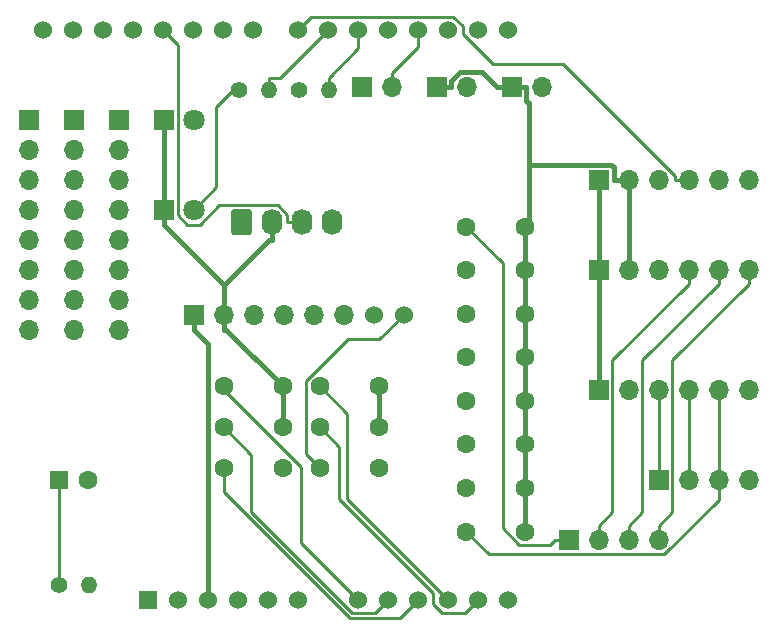
<source format=gbr>
G04 #@! TF.GenerationSoftware,KiCad,Pcbnew,(5.1.5-0-10_14)*
G04 #@! TF.CreationDate,2020-06-21T14:17:04+10:00*
G04 #@! TF.ProjectId,Arduino_NW_Template,41726475-696e-46f5-9f4e-575f54656d70,rev?*
G04 #@! TF.SameCoordinates,Original*
G04 #@! TF.FileFunction,Copper,L2,Bot*
G04 #@! TF.FilePolarity,Positive*
%FSLAX46Y46*%
G04 Gerber Fmt 4.6, Leading zero omitted, Abs format (unit mm)*
G04 Created by KiCad (PCBNEW (5.1.5-0-10_14)) date 2020-06-21 14:17:04*
%MOMM*%
%LPD*%
G04 APERTURE LIST*
%ADD10O,1.740000X2.200000*%
%ADD11C,0.100000*%
%ADD12C,1.400000*%
%ADD13O,1.400000X1.400000*%
%ADD14R,1.700000X1.700000*%
%ADD15O,1.700000X1.700000*%
%ADD16C,1.524000*%
%ADD17C,1.800000*%
%ADD18R,1.800000X1.800000*%
%ADD19C,1.600000*%
%ADD20R,1.600000X1.600000*%
%ADD21R,1.524000X1.524000*%
%ADD22C,0.400000*%
%ADD23C,0.250000*%
G04 APERTURE END LIST*
D10*
X126604000Y-82042000D03*
X124064000Y-82042000D03*
X121524000Y-82042000D03*
G04 #@! TA.AperFunction,ComponentPad*
D11*
G36*
X119628505Y-80943204D02*
G01*
X119652773Y-80946804D01*
X119676572Y-80952765D01*
X119699671Y-80961030D01*
X119721850Y-80971520D01*
X119742893Y-80984132D01*
X119762599Y-80998747D01*
X119780777Y-81015223D01*
X119797253Y-81033401D01*
X119811868Y-81053107D01*
X119824480Y-81074150D01*
X119834970Y-81096329D01*
X119843235Y-81119428D01*
X119849196Y-81143227D01*
X119852796Y-81167495D01*
X119854000Y-81191999D01*
X119854000Y-82892001D01*
X119852796Y-82916505D01*
X119849196Y-82940773D01*
X119843235Y-82964572D01*
X119834970Y-82987671D01*
X119824480Y-83009850D01*
X119811868Y-83030893D01*
X119797253Y-83050599D01*
X119780777Y-83068777D01*
X119762599Y-83085253D01*
X119742893Y-83099868D01*
X119721850Y-83112480D01*
X119699671Y-83122970D01*
X119676572Y-83131235D01*
X119652773Y-83137196D01*
X119628505Y-83140796D01*
X119604001Y-83142000D01*
X118363999Y-83142000D01*
X118339495Y-83140796D01*
X118315227Y-83137196D01*
X118291428Y-83131235D01*
X118268329Y-83122970D01*
X118246150Y-83112480D01*
X118225107Y-83099868D01*
X118205401Y-83085253D01*
X118187223Y-83068777D01*
X118170747Y-83050599D01*
X118156132Y-83030893D01*
X118143520Y-83009850D01*
X118133030Y-82987671D01*
X118124765Y-82964572D01*
X118118804Y-82940773D01*
X118115204Y-82916505D01*
X118114000Y-82892001D01*
X118114000Y-81191999D01*
X118115204Y-81167495D01*
X118118804Y-81143227D01*
X118124765Y-81119428D01*
X118133030Y-81096329D01*
X118143520Y-81074150D01*
X118156132Y-81053107D01*
X118170747Y-81033401D01*
X118187223Y-81015223D01*
X118205401Y-80998747D01*
X118225107Y-80984132D01*
X118246150Y-80971520D01*
X118268329Y-80961030D01*
X118291428Y-80952765D01*
X118315227Y-80946804D01*
X118339495Y-80943204D01*
X118363999Y-80942000D01*
X119604001Y-80942000D01*
X119628505Y-80943204D01*
G37*
G04 #@! TD.AperFunction*
D12*
X123810000Y-70866000D03*
D13*
X126350000Y-70866000D03*
D12*
X118730000Y-70866000D03*
D13*
X121270000Y-70866000D03*
D14*
X149210000Y-96266000D03*
D15*
X151750000Y-96266000D03*
X154290000Y-96266000D03*
X156830000Y-96266000D03*
X159370000Y-96266000D03*
X161910000Y-96266000D03*
D14*
X149210000Y-86106000D03*
D15*
X151750000Y-86106000D03*
X154290000Y-86106000D03*
X156830000Y-86106000D03*
X159370000Y-86106000D03*
X161910000Y-86106000D03*
X161910000Y-103886000D03*
X159370000Y-103886000D03*
X156830000Y-103886000D03*
D14*
X154290000Y-103886000D03*
D16*
X132700000Y-89916000D03*
X130160000Y-89916000D03*
D14*
X114920000Y-89916000D03*
D15*
X117460000Y-89916000D03*
X120000000Y-89916000D03*
X122540000Y-89916000D03*
X125080000Y-89916000D03*
X127620000Y-89916000D03*
X154290000Y-108966000D03*
X151750000Y-108966000D03*
X149210000Y-108966000D03*
D14*
X146670000Y-108966000D03*
D15*
X108570000Y-91186000D03*
X108570000Y-88646000D03*
X108570000Y-86106000D03*
X108570000Y-83566000D03*
X108570000Y-81026000D03*
X108570000Y-78486000D03*
X108570000Y-75946000D03*
D14*
X108570000Y-73406000D03*
D15*
X104760000Y-91186000D03*
X104760000Y-88646000D03*
X104760000Y-86106000D03*
X104760000Y-83566000D03*
X104760000Y-81026000D03*
X104760000Y-78486000D03*
X104760000Y-75946000D03*
D14*
X104760000Y-73406000D03*
D15*
X100950000Y-91186000D03*
X100950000Y-88646000D03*
X100950000Y-86106000D03*
X100950000Y-83566000D03*
X100950000Y-81026000D03*
X100950000Y-78486000D03*
X100950000Y-75946000D03*
D14*
X100950000Y-73406000D03*
D15*
X138034000Y-70612000D03*
D14*
X135494000Y-70612000D03*
D15*
X131684000Y-70612000D03*
D14*
X129144000Y-70612000D03*
D15*
X144384000Y-70612000D03*
D14*
X141844000Y-70612000D03*
D17*
X114920000Y-81026000D03*
D18*
X112380000Y-81026000D03*
D17*
X114920000Y-73406000D03*
D18*
X112380000Y-73406000D03*
D19*
X143020000Y-97188900D03*
X138020000Y-97188900D03*
X143020000Y-108246000D03*
X138020000Y-108246000D03*
X143020000Y-104560000D03*
X138020000Y-104560000D03*
X143020000Y-93503100D03*
X138020000Y-93503100D03*
X143020000Y-89817400D03*
X138020000Y-89817400D03*
X143020000Y-86131700D03*
X138020000Y-86131700D03*
X143020000Y-100875000D03*
X138020000Y-100875000D03*
X143020000Y-82446000D03*
X138020000Y-82446000D03*
X130610000Y-102856000D03*
X125610000Y-102856000D03*
X130610000Y-99406000D03*
X125610000Y-99406000D03*
X130610000Y-95956000D03*
X125610000Y-95956000D03*
X122460000Y-102856000D03*
X117460000Y-102856000D03*
X122460000Y-99406000D03*
X117460000Y-99406000D03*
X122460000Y-95956000D03*
X117460000Y-95956000D03*
D14*
X149210000Y-78486000D03*
D15*
X151750000Y-78486000D03*
X154290000Y-78486000D03*
X156830000Y-78486000D03*
X159370000Y-78486000D03*
X161910000Y-78486000D03*
D12*
X103490000Y-112776000D03*
D13*
X106030000Y-112776000D03*
D20*
X103490000Y-103886000D03*
D19*
X105990000Y-103886000D03*
D16*
X102177000Y-65782000D03*
X104717000Y-65782000D03*
X107257000Y-65782000D03*
X109797000Y-65782000D03*
X112337000Y-65782000D03*
X114877000Y-65782000D03*
X117417000Y-65782000D03*
X119957000Y-65782000D03*
X123767000Y-65782000D03*
X126307000Y-65782000D03*
X128847000Y-65782000D03*
X131387000Y-65782000D03*
X133927000Y-65782000D03*
X136467000Y-65782000D03*
X139007000Y-65782000D03*
X141547000Y-65782000D03*
X141547000Y-114042000D03*
X139007000Y-114042000D03*
X136467000Y-114042000D03*
X133927000Y-114042000D03*
X131387000Y-114042000D03*
X128847000Y-114042000D03*
X123767000Y-114042000D03*
X121227000Y-114042000D03*
X118687000Y-114042000D03*
X116147000Y-114042000D03*
X113607000Y-114042000D03*
D21*
X111067000Y-114042000D03*
D22*
X143306200Y-77196700D02*
X143306200Y-82159800D01*
X143306200Y-82159800D02*
X143020000Y-82446000D01*
X143094300Y-70612000D02*
X143094300Y-71783700D01*
X143094300Y-71783700D02*
X143306200Y-71995600D01*
X143306200Y-71995600D02*
X143306200Y-77196700D01*
X143306200Y-77196700D02*
X150277700Y-77196700D01*
X150277700Y-77196700D02*
X150499700Y-77418700D01*
X150499700Y-77418700D02*
X150499700Y-78486000D01*
X151750000Y-78486000D02*
X150499700Y-78486000D01*
X117460000Y-87406300D02*
X117460000Y-89916000D01*
X112380000Y-82326300D02*
X117460000Y-87406300D01*
X117460000Y-87406300D02*
X121324000Y-83542300D01*
X121324000Y-83542300D02*
X121524000Y-83542300D01*
X121524000Y-82042000D02*
X121524000Y-83542300D01*
X112380000Y-81026000D02*
X112380000Y-82326300D01*
X112380000Y-73406000D02*
X112380000Y-81026000D01*
X117460000Y-89916000D02*
X117460000Y-91166300D01*
X122460000Y-95956000D02*
X117670300Y-91166300D01*
X117670300Y-91166300D02*
X117460000Y-91166300D01*
X122460000Y-99406000D02*
X122460000Y-95956000D01*
X151750000Y-78486000D02*
X151750000Y-86106000D01*
X141844000Y-70612000D02*
X143094300Y-70612000D01*
X141660800Y-70612000D02*
X141844000Y-70612000D01*
X141660800Y-70612000D02*
X140593700Y-70612000D01*
X135494000Y-70612000D02*
X136744300Y-70612000D01*
X140593700Y-70612000D02*
X139343400Y-69361700D01*
X139343400Y-69361700D02*
X137447500Y-69361700D01*
X137447500Y-69361700D02*
X136744300Y-70064900D01*
X136744300Y-70064900D02*
X136744300Y-70612000D01*
X143020000Y-97188900D02*
X143020000Y-93503100D01*
X143020000Y-100875000D02*
X143020000Y-97188900D01*
X143020000Y-104560000D02*
X143020000Y-100875000D01*
X143020000Y-104560000D02*
X143020000Y-108246000D01*
X143020000Y-89817400D02*
X143020000Y-93503100D01*
X143020000Y-86131700D02*
X143020000Y-89817400D01*
X143020000Y-82446000D02*
X143020000Y-86131700D01*
X130610000Y-95956000D02*
X130610000Y-99406000D01*
D23*
X103490000Y-103886000D02*
X103490000Y-112776000D01*
D22*
X149210000Y-86106000D02*
X149210000Y-96266000D01*
X149210000Y-78486000D02*
X149210000Y-86106000D01*
X114920000Y-89916000D02*
X114920000Y-91166300D01*
X116147000Y-114042000D02*
X116147000Y-92393300D01*
X116147000Y-92393300D02*
X114920000Y-91166300D01*
D23*
X128847000Y-114042000D02*
X124035100Y-109230100D01*
X124035100Y-109230100D02*
X124035100Y-102808700D01*
X124035100Y-102808700D02*
X117460000Y-96233600D01*
X117460000Y-96233600D02*
X117460000Y-95956000D01*
X131387000Y-114042000D02*
X130284600Y-115144400D01*
X130284600Y-115144400D02*
X128340500Y-115144400D01*
X128340500Y-115144400D02*
X119784600Y-106588500D01*
X119784600Y-106588500D02*
X119784600Y-101730600D01*
X119784600Y-101730600D02*
X117460000Y-99406000D01*
X133927000Y-114042000D02*
X132368600Y-115600400D01*
X132368600Y-115600400D02*
X128159600Y-115600400D01*
X128159600Y-115600400D02*
X117460000Y-104900800D01*
X117460000Y-104900800D02*
X117460000Y-102856000D01*
X136467000Y-114042000D02*
X127934600Y-105509600D01*
X127934600Y-105509600D02*
X127934600Y-98280600D01*
X127934600Y-98280600D02*
X125610000Y-95956000D01*
X139007000Y-114042000D02*
X137917400Y-115131600D01*
X137917400Y-115131600D02*
X135954200Y-115131600D01*
X135954200Y-115131600D02*
X135197000Y-114374400D01*
X135197000Y-114374400D02*
X135197000Y-113408900D01*
X135197000Y-113408900D02*
X127269100Y-105481000D01*
X127269100Y-105481000D02*
X127269100Y-101065100D01*
X127269100Y-101065100D02*
X125610000Y-99406000D01*
X125610000Y-102856000D02*
X124445300Y-101691300D01*
X124445300Y-101691300D02*
X124445300Y-95507900D01*
X124445300Y-95507900D02*
X127997600Y-91955600D01*
X127997600Y-91955600D02*
X130660400Y-91955600D01*
X130660400Y-91955600D02*
X132700000Y-89916000D01*
X146670000Y-108966000D02*
X145494700Y-108966000D01*
X138020000Y-82446000D02*
X141118600Y-85544600D01*
X141118600Y-85544600D02*
X141118600Y-107984200D01*
X141118600Y-107984200D02*
X142512900Y-109378500D01*
X142512900Y-109378500D02*
X145082200Y-109378500D01*
X145082200Y-109378500D02*
X145494700Y-108966000D01*
X156830000Y-86106000D02*
X156830000Y-87281300D01*
X149210000Y-108966000D02*
X149210000Y-107790700D01*
X149210000Y-107790700D02*
X150385300Y-106615400D01*
X150385300Y-106615400D02*
X150385300Y-93726000D01*
X150385300Y-93726000D02*
X156830000Y-87281300D01*
X154290000Y-103886000D02*
X154290000Y-96266000D01*
X159370000Y-86106000D02*
X159370000Y-87281300D01*
X151750000Y-108966000D02*
X151750000Y-107790700D01*
X151750000Y-107790700D02*
X152925300Y-106615400D01*
X152925300Y-106615400D02*
X152925300Y-93726000D01*
X152925300Y-93726000D02*
X159370000Y-87281300D01*
X156830000Y-103886000D02*
X156830000Y-96266000D01*
X161910000Y-86106000D02*
X161910000Y-87281300D01*
X154290000Y-108966000D02*
X154290000Y-107790700D01*
X154290000Y-107790700D02*
X155465300Y-106615400D01*
X155465300Y-106615400D02*
X155465300Y-93726000D01*
X155465300Y-93726000D02*
X161910000Y-87281300D01*
X138020000Y-108246000D02*
X139926400Y-110152400D01*
X139926400Y-110152400D02*
X154768000Y-110152400D01*
X154768000Y-110152400D02*
X159370000Y-105550400D01*
X159370000Y-105550400D02*
X159370000Y-103886000D01*
X159370000Y-103886000D02*
X159370000Y-96266000D01*
X114920000Y-81026000D02*
X116862900Y-79083100D01*
X116862900Y-79083100D02*
X116862900Y-72271800D01*
X116862900Y-72271800D02*
X118268700Y-70866000D01*
X118268700Y-70866000D02*
X118730000Y-70866000D01*
X131684000Y-70612000D02*
X131684000Y-69436700D01*
X133927000Y-65782000D02*
X133927000Y-67193700D01*
X133927000Y-67193700D02*
X131684000Y-69436700D01*
X126350000Y-70866000D02*
X126350000Y-69840700D01*
X128847000Y-65782000D02*
X128847000Y-67343700D01*
X128847000Y-67343700D02*
X126350000Y-69840700D01*
X156830000Y-78486000D02*
X155654700Y-78486000D01*
X123767000Y-65782000D02*
X124901300Y-64647700D01*
X124901300Y-64647700D02*
X136900700Y-64647700D01*
X136900700Y-64647700D02*
X137737000Y-65484000D01*
X137737000Y-65484000D02*
X137737000Y-66090200D01*
X137737000Y-66090200D02*
X140308200Y-68661400D01*
X140308200Y-68661400D02*
X146197400Y-68661400D01*
X146197400Y-68661400D02*
X155654700Y-78118700D01*
X155654700Y-78118700D02*
X155654700Y-78486000D01*
X124064000Y-82042000D02*
X122868700Y-82042000D01*
X112337000Y-65782000D02*
X113605400Y-67050400D01*
X113605400Y-67050400D02*
X113605400Y-81453900D01*
X113605400Y-81453900D02*
X114406000Y-82254500D01*
X114406000Y-82254500D02*
X115431200Y-82254500D01*
X115431200Y-82254500D02*
X117075800Y-80609900D01*
X117075800Y-80609900D02*
X122034200Y-80609900D01*
X122034200Y-80609900D02*
X122868700Y-81444400D01*
X122868700Y-81444400D02*
X122868700Y-82042000D01*
X121270000Y-70866000D02*
X121270000Y-69840700D01*
X126307000Y-65782000D02*
X122248300Y-69840700D01*
X122248300Y-69840700D02*
X121270000Y-69840700D01*
M02*

</source>
